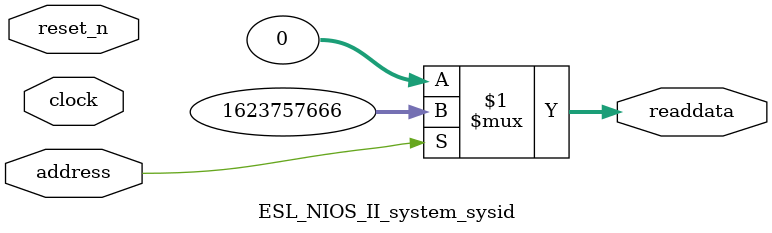
<source format=v>

`timescale 1ns / 1ps
// synthesis translate_on

// turn off superfluous verilog processor warnings 
// altera message_level Level1 
// altera message_off 10034 10035 10036 10037 10230 10240 10030 

module ESL_NIOS_II_system_sysid (
               // inputs:
                address,
                clock,
                reset_n,

               // outputs:
                readdata
             )
;

  output  [ 31: 0] readdata;
  input            address;
  input            clock;
  input            reset_n;

  wire    [ 31: 0] readdata;
  //control_slave, which is an e_avalon_slave
  assign readdata = address ? 1623757666 : 0;

endmodule




</source>
